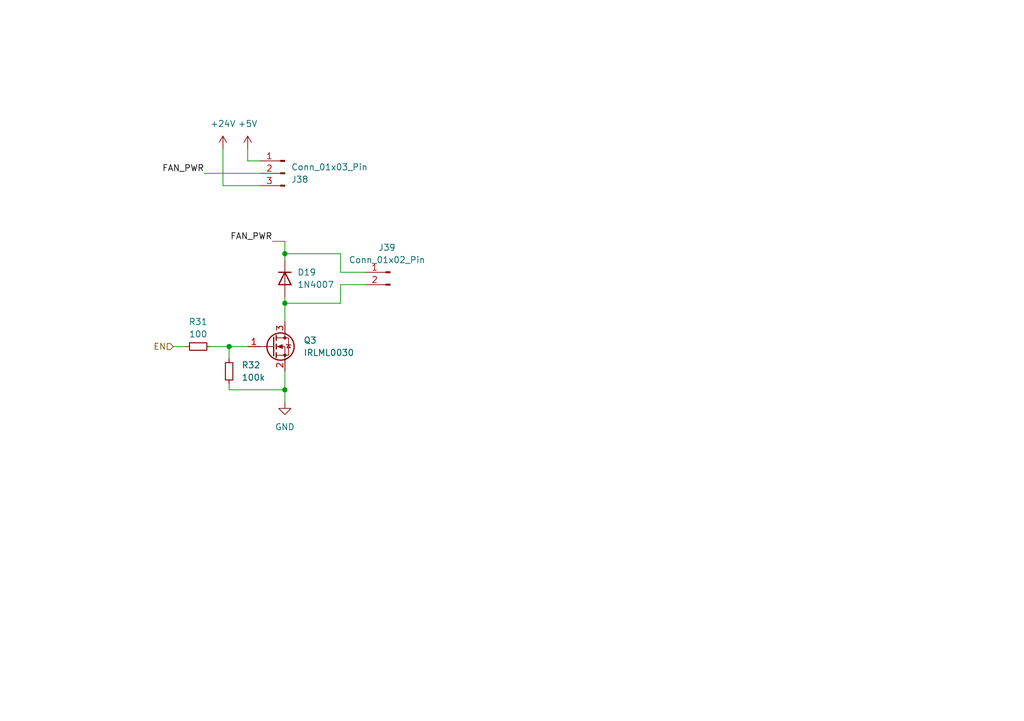
<source format=kicad_sch>
(kicad_sch (version 20231120) (generator "eeschema") (generator_version "8.0")
  (paper "A5")
  (lib_symbols
    (symbol "Connector:Conn_01x02_Pin" (pin_names (offset 1.016) hide)
      (property "Reference" "J" (at 0 2.54 0))
      (property "Value" "Conn_01x02_Pin" (at 0 -5.08 0))
      (symbol "Conn_01x02_Pin_1_1"
        (polyline (pts (xy 1.27 -2.54) (xy 0.8636 -2.54)) (stroke (width 0.1524)))
        (polyline (pts (xy 1.27 0) (xy 0.8636 0)) (stroke (width 0.1524)))
        (rectangle (start 0.8636 -2.413) (end 0 -2.667) (stroke (width 0.1524)) (fill (type outline)))
        (rectangle (start 0.8636 0.127) (end 0 -0.127) (stroke (width 0.1524)) (fill (type outline)))
        (pin passive line (at 5.08 0 180) (length 3.81) (name "Pin_1") (number "1"))
        (pin passive line (at 5.08 -2.54 180) (length 3.81) (name "Pin_2") (number "2"))
      )
    )
    (symbol "Connector:Conn_01x03_Pin" (pin_names (offset 1.016) hide)
      (property "Reference" "J" (at 0 5.08 0))
      (property "Value" "Conn_01x03_Pin" (at 0 -5.08 0))
      (symbol "Conn_01x03_Pin_1_1"
        (polyline (pts (xy 1.27 -2.54) (xy 0.8636 -2.54)) (stroke (width 0.1524)))
        (polyline (pts (xy 1.27 0) (xy 0.8636 0)) (stroke (width 0.1524)))
        (polyline (pts (xy 1.27 2.54) (xy 0.8636 2.54)) (stroke (width 0.1524)))
        (rectangle (start 0.8636 -2.413) (end 0 -2.667) (stroke (width 0.1524)) (fill (type outline)))
        (rectangle (start 0.8636 0.127) (end 0 -0.127) (stroke (width 0.1524)) (fill (type outline)))
        (rectangle (start 0.8636 2.667) (end 0 2.413) (stroke (width 0.1524)) (fill (type outline)))
        (pin passive line (at 5.08 2.54 180) (length 3.81) (name "Pin_1") (number "1"))
        (pin passive line (at 5.08 0 180) (length 3.81) (name "Pin_2") (number "2"))
        (pin passive line (at 5.08 -2.54 180) (length 3.81) (name "Pin_3") (number "3"))
      )
    )
    (symbol "Device:R_Small" (pin_numbers hide) (pin_names (offset 0.254) hide)
      (property "Reference" "R" (at 0.762 0.508 0))
      (property "Value" "R_Small" (at 0.762 -1.016 0))
      (symbol "R_Small_0_1"
        (rectangle (start -0.762 1.778) (end 0.762 -1.778) (stroke (width 0.2032)))
      )
      (symbol "R_Small_1_1"
        (pin passive line (at 0 2.54 270) (length 0.762) (name "~") (number "1"))
        (pin passive line (at 0 -2.54 90) (length 0.762) (name "~") (number "2"))
      )
    )
    (symbol "Diode:1N4007" (pin_numbers hide) (pin_names hide)
      (property "Reference" "D" (at 0 2.54 0))
      (property "Value" "1N4007" (at 0 -2.54 0))
      (symbol "1N4007_0_1"
        (polyline (pts (xy -1.27 1.27) (xy -1.27 -1.27)) (stroke (width 0.254)))
        (polyline (pts (xy 1.27 0) (xy -1.27 0)))
        (polyline (pts (xy 1.27 1.27) (xy 1.27 -1.27) (xy -1.27 0) (xy 1.27 1.27)) (stroke (width 0.254)))
      )
      (symbol "1N4007_1_1"
        (pin passive line (at -3.81 0 0) (length 2.54) (name "K") (number "1"))
        (pin passive line (at 3.81 0 180) (length 2.54) (name "A") (number "2"))
      )
    )
    (symbol "Transistor_FET:IRLML0030" (pin_names hide)
      (property "Reference" "Q" (at 5.08 1.905 0))
      (property "Value" "IRLML0030" (at 5.08 0 0))
      (symbol "IRLML0030_0_1"
        (polyline (pts (xy 0.254 0) (xy -2.54 0)))
        (polyline (pts (xy 0.254 1.905) (xy 0.254 -1.905)) (stroke (width 0.254)))
        (polyline (pts (xy 0.762 -1.27) (xy 0.762 -2.286)) (stroke (width 0.254)))
        (polyline (pts (xy 0.762 0.508) (xy 0.762 -0.508)) (stroke (width 0.254)))
        (polyline (pts (xy 0.762 2.286) (xy 0.762 1.27)) (stroke (width 0.254)))
        (polyline (pts (xy 2.54 2.54) (xy 2.54 1.778)))
        (polyline (pts (xy 2.54 -2.54) (xy 2.54 0) (xy 0.762 0)))
        (polyline (pts (xy 0.762 -1.778) (xy 3.302 -1.778) (xy 3.302 1.778) (xy 0.762 1.778)))
        (polyline (pts (xy 1.016 0) (xy 2.032 0.381) (xy 2.032 -0.381) (xy 1.016 0)) (fill (type outline)))
        (polyline (pts (xy 2.794 0.508) (xy 2.921 0.381) (xy 3.683 0.381) (xy 3.81 0.254)))
        (polyline (pts (xy 3.302 0.381) (xy 2.921 -0.254) (xy 3.683 -0.254) (xy 3.302 0.381)))
        (circle (center 1.651 0) (radius 2.794) (stroke (width 0.254)))
        (circle (center 2.54 -1.778) (radius 0.254) (fill (type outline)))
        (circle (center 2.54 1.778) (radius 0.254) (fill (type outline)))
      )
      (symbol "IRLML0030_1_1"
        (pin input line (at -5.08 0 0) (length 2.54) (name "G") (number "1"))
        (pin passive line (at 2.54 -5.08 90) (length 2.54) (name "S") (number "2"))
        (pin passive line (at 2.54 5.08 270) (length 2.54) (name "D") (number "3"))
      )
    )
    (symbol "power:+24V" (power) (pin_numbers hide) (pin_names (offset 0) hide)
      (property "Value" "+24V" (at 0 3.556 0))
      (symbol "+24V_0_1"
        (polyline (pts (xy -0.762 1.27) (xy 0 2.54)))
        (polyline (pts (xy 0 0) (xy 0 2.54)))
        (polyline (pts (xy 0 2.54) (xy 0.762 1.27)))
      )
      (symbol "+24V_1_1"
        (pin power_in line (at 0 0 90) (length 0) (name "~") (number "1"))
      )
    )
    (symbol "power:+5V" (power) (pin_numbers hide) (pin_names (offset 0) hide)
      (property "Value" "+5V" (at 0 3.556 0))
      (symbol "+5V_0_1"
        (polyline (pts (xy -0.762 1.27) (xy 0 2.54)))
        (polyline (pts (xy 0 0) (xy 0 2.54)))
        (polyline (pts (xy 0 2.54) (xy 0.762 1.27)))
      )
      (symbol "+5V_1_1"
        (pin power_in line (at 0 0 90) (length 0) (name "~") (number "1"))
      )
    )
    (symbol "power:GND" (power) (pin_numbers hide) (pin_names (offset 0) hide)
      (property "Value" "GND" (at 0 -3.81 0))
      (symbol "GND_0_1"
        (polyline (pts (xy 0 0) (xy 0 -1.27) (xy 1.27 -1.27) (xy 0 -2.54) (xy -1.27 -1.27) (xy 0 -1.27)))
      )
      (symbol "GND_1_1"
        (pin power_in line (at 0 0 270) (length 0) (name "~") (number "1"))
      )
    )
  )
  (junction (at 58.42 52.07))
  (junction (at 58.42 62.23))
  (junction (at 46.99 71.12))
  (junction (at 58.42 80.01))
  (wire (pts (xy 46.99 78.74) (xy 46.99 80.01)))
  (wire (pts (xy 58.42 62.23) (xy 69.85 62.23)))
  (wire (pts (xy 58.42 62.23) (xy 58.42 66.04)))
  (wire (pts (xy 69.85 55.88) (xy 69.85 52.07)))
  (wire (pts (xy 50.8 33.02) (xy 53.34 33.02)))
  (wire (pts (xy 74.93 55.88) (xy 69.85 55.88)))
  (wire (pts (xy 46.99 80.01) (xy 58.42 80.01)))
  (wire (pts (xy 69.85 58.42) (xy 74.93 58.42)))
  (wire (pts (xy 50.8 30.48) (xy 50.8 33.02)))
  (wire (pts (xy 35.56 71.12) (xy 38.1 71.12)))
  (wire (pts (xy 58.42 52.07) (xy 58.42 53.34)))
  (wire (pts (xy 41.91 35.56) (xy 53.34 35.56)))
  (wire (pts (xy 55.88 49.53) (xy 58.42 49.53)))
  (wire (pts (xy 58.42 80.01) (xy 58.42 82.55)))
  (wire (pts (xy 69.85 62.23) (xy 69.85 58.42)))
  (wire (pts (xy 46.99 71.12) (xy 46.99 73.66)))
  (wire (pts (xy 69.85 52.07) (xy 58.42 52.07)))
  (wire (pts (xy 43.18 71.12) (xy 46.99 71.12)))
  (wire (pts (xy 58.42 60.96) (xy 58.42 62.23)))
  (wire (pts (xy 45.72 30.48) (xy 45.72 38.1)))
  (wire (pts (xy 58.42 49.53) (xy 58.42 52.07)))
  (wire (pts (xy 46.99 71.12) (xy 50.8 71.12)))
  (wire (pts (xy 58.42 76.2) (xy 58.42 80.01)))
  (wire (pts (xy 45.72 38.1) (xy 53.34 38.1)))
  (label "FAN_PWR" (at 55.88 49.53 180))
  (label "FAN_PWR" (at 41.91 35.56 180))
  (hierarchical_label "EN" (shape input) (at 35.56 71.12 180))
  (symbol (lib_id "Device:R_Small") (at 40.64 71.12 90) (unit 1)
    (property "Reference" "R31" (at 40.64 66.04 90))
    (property "Value" "100" (at 40.64 68.58 90))
    (property "Footprint" "Resistor_SMD:R_0603_1608Metric" (effects (hide yes)))
    (property "Description" "Resistor, small symbol" (effects (hide yes)))
    (instances (project "turtleboard" (path "" (reference "R31") (unit 1)) (path "" (reference "R26") (unit 1))))
  )
  (symbol (lib_id "Device:R_Small") (at 46.99 76.2 0) (unit 1)
    (property "Reference" "R32" (at 49.53 74.93 0) (effects (justify left)))
    (property "Value" "100k" (at 49.53 77.47 0) (effects (justify left)))
    (property "Footprint" "Resistor_SMD:R_0603_1608Metric" (effects (hide yes)))
    (property "Description" "Resistor, small symbol" (effects (hide yes)))
    (instances (project "turtleboard" (path "" (reference "R32") (unit 1)) (path "" (reference "R27") (unit 1))))
  )
  (symbol (lib_id "Transistor_FET:IRLML0030") (at 55.88 71.12 0) (unit 1)
    (property "Reference" "Q3" (at 62.23 69.85 0) (effects (justify left)))
    (property "Value" "IRLML0030" (at 62.23 72.39 0) (effects (justify left)))
    (property "Footprint" "Package_TO_SOT_SMD:SOT-23" (effects (hide yes)))
    (property "Datasheet" "https://www.infineon.com/dgdl/irlml0030pbf.pdf?fileId=5546d462533600a401535664773825df" (effects (hide yes)))
    (property "Description" "5.3A Id, 30V Vds, 27mOhm Rds, N-Channel HEXFET Power MOSFET, SOT-23" (effects (hide yes)))
    (instances (project "turtleboard" (path "" (reference "Q3") (unit 1)) (path "" (reference "Q1") (unit 1))))
  )
  (symbol (lib_id "Connector:Conn_01x02_Pin") (at 80.01 55.88 0) (mirror y) (unit 1)
    (property "Reference" "J39" (at 79.375 50.8 0))
    (property "Value" "Conn_01x02_Pin" (at 79.375 53.34 0))
    (property "Footprint" "Connector_JST:JST_XH_B2B-XH-A_1x02_P2.50mm_Vertical" (effects (hide yes)))
    (property "Description" "Generic connector, single row, 01x02, script generated" (effects (hide yes)))
    (instances (project "turtleboard" (path "" (reference "J39") (unit 1)) (path "" (reference "J36") (unit 1))))
  )
  (symbol (lib_id "power:+5V") (at 50.8 30.48 0) (unit 1)
    (property "Reference" "#PWR0162" (effects (hide yes)))
    (property "Value" "+5V" (at 50.8 25.4 0))
    (property "Description" "Power symbol creates a global label with name \"+5V\"" (effects (hide yes)))
    (instances (project "turtleboard" (path "" (reference "#PWR0162") (unit 1)) (path "" (reference "#PWR0156") (unit 1))))
  )
  (symbol (lib_id "power:GND") (at 58.42 82.55 0) (unit 1)
    (property "Reference" "#PWR0163" (effects (hide yes)))
    (property "Value" "GND" (at 58.42 87.63 0))
    (property "Description" "Power symbol creates a global label with name \"GND\" , ground" (effects (hide yes)))
    (instances (project "turtleboard" (path "" (reference "#PWR0163") (unit 1)) (path "" (reference "#PWR0157") (unit 1))))
  )
  (symbol (lib_id "Connector:Conn_01x03_Pin") (at 58.42 35.56 0) (mirror y) (unit 1)
    (property "Reference" "J38" (at 59.69 36.83 0) (effects (justify right)))
    (property "Value" "Conn_01x03_Pin" (at 59.69 34.29 0) (effects (justify right)))
    (property "Footprint" "Connector_PinHeader_2.54mm:PinHeader_1x03_P2.54mm_Vertical" (effects (hide yes)))
    (property "Description" "Generic connector, single row, 01x03, script generated" (effects (hide yes)))
    (instances (project "turtleboard" (path "" (reference "J38") (unit 1)) (path "" (reference "J35") (unit 1))))
  )
  (symbol (lib_id "Diode:1N4007") (at 58.42 57.15 270) (unit 1)
    (property "Reference" "D19" (at 60.96 55.88 90) (effects (justify left)))
    (property "Value" "1N4007" (at 60.96 58.42 90) (effects (justify left)))
    (property "Footprint" "Diode_SMD:D_SOD-123" (effects (hide yes)))
    (property "Datasheet" "http://www.vishay.com/docs/88503/1n4001.pdf" (effects (hide yes)))
    (property "Description" "1000V 1A General Purpose Rectifier Diode, DO-41" (effects (hide yes)))
    (property "Sim.Device" "D" (effects (hide yes)))
    (property "Sim.Pins" "1=K 2=A" (effects (hide yes)))
    (instances (project "turtleboard" (path "" (reference "D19") (unit 1)) (path "" (reference "D17") (unit 1))))
  )
  (symbol (lib_id "power:+24V") (at 45.72 30.48 0) (unit 1)
    (property "Reference" "#PWR0161" (effects (hide yes)))
    (property "Value" "+24V" (at 45.72 25.4 0))
    (property "Description" "Power symbol creates a global label with name \"+24V\"" (effects (hide yes)))
    (instances (project "turtleboard" (path "" (reference "#PWR0161") (unit 1)) (path "" (reference "#PWR0155") (unit 1))))
  )
)
</source>
